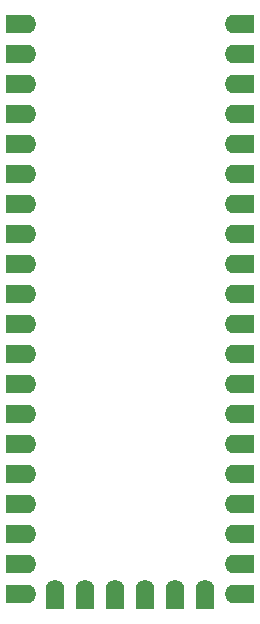
<source format=gbr>
%TF.GenerationSoftware,KiCad,Pcbnew,6.0.1-79c1e3a40b~116~ubuntu20.04.1*%
%TF.CreationDate,2022-03-09T16:59:07+01:00*%
%TF.ProjectId,microcontroller_mini,6d696372-6f63-46f6-9e74-726f6c6c6572,rev?*%
%TF.SameCoordinates,Original*%
%TF.FileFunction,Soldermask,Bot*%
%TF.FilePolarity,Negative*%
%FSLAX46Y46*%
G04 Gerber Fmt 4.6, Leading zero omitted, Abs format (unit mm)*
G04 Created by KiCad (PCBNEW 6.0.1-79c1e3a40b~116~ubuntu20.04.1) date 2022-03-09 16:59:07*
%MOMM*%
%LPD*%
G01*
G04 APERTURE LIST*
%ADD10O,2.400000X1.600000*%
%ADD11R,1.000000X1.600000*%
%ADD12O,1.600000X2.400000*%
%ADD13R,1.600000X1.000000*%
G04 APERTURE END LIST*
D10*
%TO.C,J1*%
X86460978Y-50810000D03*
D11*
X85660978Y-50810000D03*
X85660978Y-53350000D03*
D10*
X86460978Y-53350000D03*
D11*
X85660978Y-55890000D03*
D10*
X86460978Y-55890000D03*
X86460978Y-58430000D03*
D11*
X85660978Y-58430000D03*
D10*
X86460978Y-60970000D03*
D11*
X85660978Y-60970000D03*
D10*
X86460978Y-63510000D03*
D11*
X85660978Y-63510000D03*
D10*
X86460978Y-66050000D03*
D11*
X85660978Y-66050000D03*
D10*
X86460978Y-68590000D03*
D11*
X85660978Y-68590000D03*
D10*
X86460978Y-71130000D03*
D11*
X85660978Y-71130000D03*
D10*
X86460978Y-73670000D03*
D11*
X85660978Y-73670000D03*
X85660978Y-76210000D03*
D10*
X86460978Y-76210000D03*
X86460978Y-78750000D03*
D11*
X85660978Y-78750000D03*
X85660978Y-81290000D03*
D10*
X86460978Y-81290000D03*
D11*
X85660978Y-83830000D03*
D10*
X86460978Y-83830000D03*
D11*
X85660978Y-86370000D03*
D10*
X86460978Y-86370000D03*
D11*
X85660978Y-88910000D03*
D10*
X86460978Y-88910000D03*
D11*
X85660978Y-91450000D03*
D10*
X86460978Y-91450000D03*
X86460978Y-93990000D03*
D11*
X85660978Y-93990000D03*
X85660978Y-96530000D03*
D10*
X86460978Y-96530000D03*
D11*
X85660978Y-99070000D03*
D10*
X86460978Y-99070000D03*
D12*
X89310978Y-99010000D03*
D13*
X89310978Y-99810000D03*
D12*
X91850978Y-99010000D03*
D13*
X91850978Y-99810000D03*
D12*
X94390978Y-99010000D03*
D13*
X94390978Y-99810000D03*
D12*
X96930978Y-99010000D03*
D13*
X96930978Y-99810000D03*
X99470978Y-99810000D03*
D12*
X99470978Y-99010000D03*
X102010978Y-99010000D03*
D13*
X102010978Y-99810000D03*
D10*
X104860978Y-99070000D03*
D11*
X105660978Y-99070000D03*
X105660978Y-96530000D03*
D10*
X104860978Y-96530000D03*
D11*
X105660978Y-93990000D03*
D10*
X104860978Y-93990000D03*
X104860978Y-91450000D03*
D11*
X105660978Y-91450000D03*
X105660978Y-88910000D03*
D10*
X104860978Y-88910000D03*
X104860978Y-86370000D03*
D11*
X105660978Y-86370000D03*
D10*
X104860978Y-83830000D03*
D11*
X105660978Y-83830000D03*
X105660978Y-81290000D03*
D10*
X104860978Y-81290000D03*
D11*
X105660978Y-78750000D03*
D10*
X104860978Y-78750000D03*
D11*
X105660978Y-76210000D03*
D10*
X104860978Y-76210000D03*
D11*
X105660978Y-73670000D03*
D10*
X104860978Y-73670000D03*
X104860978Y-71130000D03*
D11*
X105660978Y-71130000D03*
X105660978Y-68590000D03*
D10*
X104860978Y-68590000D03*
X104860978Y-66050000D03*
D11*
X105660978Y-66050000D03*
X105660978Y-63510000D03*
D10*
X104860978Y-63510000D03*
X104860978Y-60970000D03*
D11*
X105660978Y-60970000D03*
D10*
X104860978Y-58430000D03*
D11*
X105660978Y-58430000D03*
D10*
X104860978Y-55890000D03*
D11*
X105660978Y-55890000D03*
X105660978Y-53350000D03*
D10*
X104860978Y-53350000D03*
D11*
X105660978Y-50810000D03*
D10*
X104860978Y-50810000D03*
%TD*%
M02*

</source>
